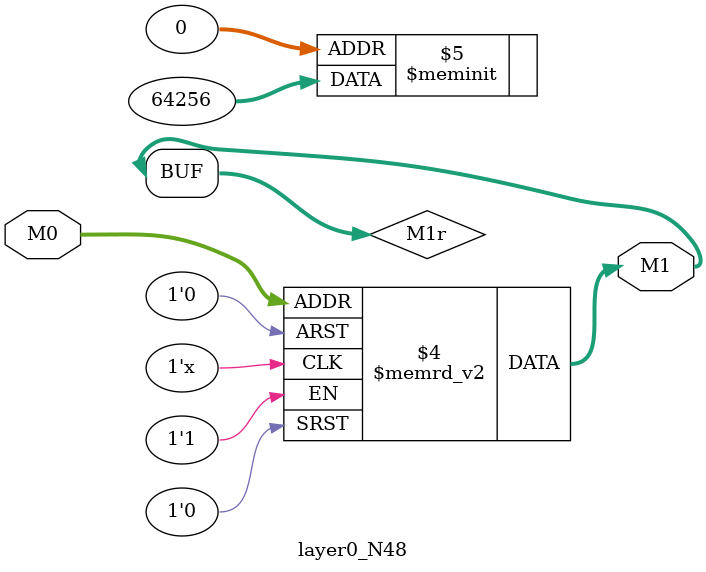
<source format=v>
module layer0_N48 ( input [3:0] M0, output [1:0] M1 );

	(*rom_style = "distributed" *) reg [1:0] M1r;
	assign M1 = M1r;
	always @ (M0) begin
		case (M0)
			4'b0000: M1r = 2'b00;
			4'b1000: M1r = 2'b00;
			4'b0100: M1r = 2'b11;
			4'b1100: M1r = 2'b00;
			4'b0010: M1r = 2'b00;
			4'b1010: M1r = 2'b00;
			4'b0110: M1r = 2'b11;
			4'b1110: M1r = 2'b00;
			4'b0001: M1r = 2'b00;
			4'b1001: M1r = 2'b00;
			4'b0101: M1r = 2'b10;
			4'b1101: M1r = 2'b00;
			4'b0011: M1r = 2'b00;
			4'b1011: M1r = 2'b00;
			4'b0111: M1r = 2'b11;
			4'b1111: M1r = 2'b00;

		endcase
	end
endmodule

</source>
